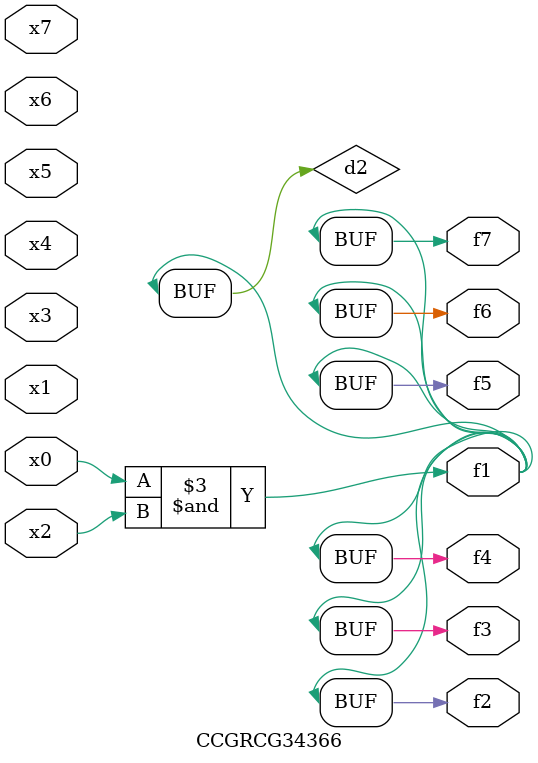
<source format=v>
module CCGRCG34366(
	input x0, x1, x2, x3, x4, x5, x6, x7,
	output f1, f2, f3, f4, f5, f6, f7
);

	wire d1, d2;

	nor (d1, x3, x6);
	and (d2, x0, x2);
	assign f1 = d2;
	assign f2 = d2;
	assign f3 = d2;
	assign f4 = d2;
	assign f5 = d2;
	assign f6 = d2;
	assign f7 = d2;
endmodule

</source>
